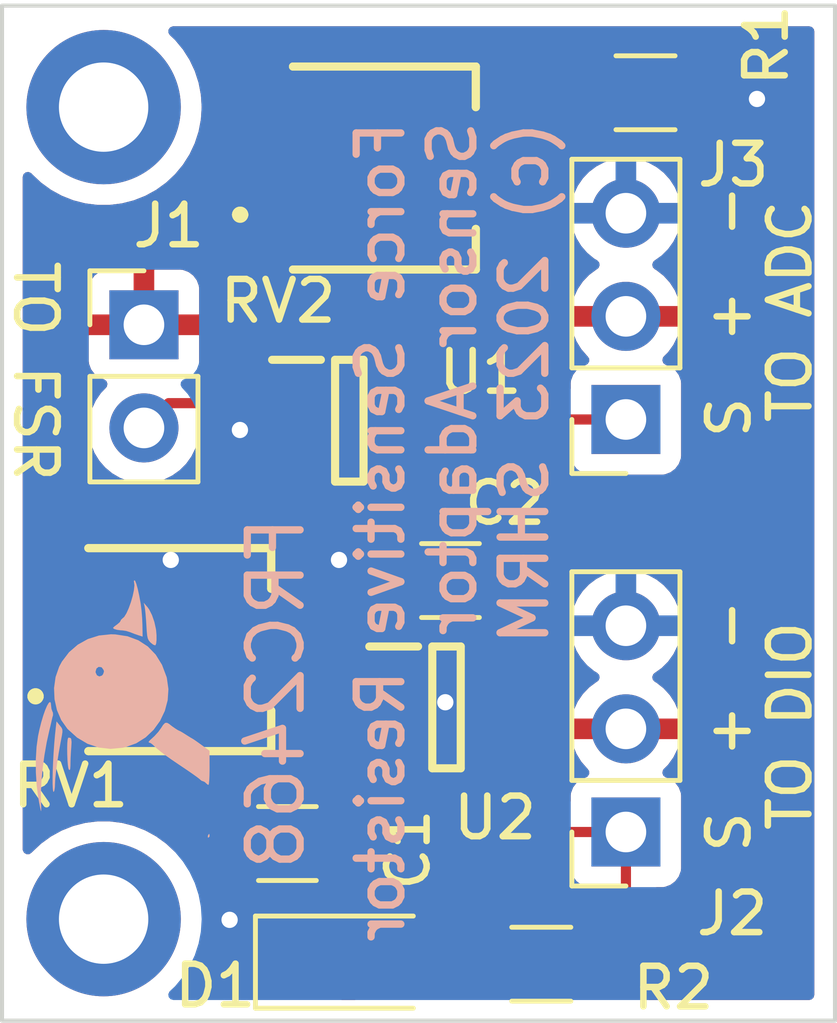
<source format=kicad_pcb>
(kicad_pcb (version 20211014) (generator pcbnew)
  (layers (0 "F.Cu" signal) (31 "B.Cu" signal) (34 "B.Paste" user) (35 "F.Paste" user) (36 "B.SilkS" user "B.Silkscreen") (37 "F.SilkS" user "F.Silkscreen") (38 "B.Mask" user) (39 "F.Mask" user) (44 "Edge.Cuts" user))
  (net 0 "")
  (net 1 "GND")
  (net 2 "VDD")
  (net 3 "Net-(D1-Pad2)")
  (net 4 "/VIN")
  (net 5 "/TRIG")
  (net 6 "/VOUT")
  (net 7 "Net-(R1-Pad2)")
  (net 9 "/VREF")
  (footprint "Connector_PinSocket_2.54mm:PinSocket_1x03_P2.54mm_Vertical" (layer "F.Cu") (at 65.3542 70.353228 180)
    (fp_text reference "J2" (at -2.6162 -2.011372) (layer "F.SilkS") (effects (font (thickness 0.16))))
    (fp_text value "Conn_01x03" hide)
    (fp_line (start -1.33 6.41) (end 1.33 6.41) (layer "F.SilkS") (width 0.12))
    (fp_line (start 0 -1.33) (end 1.33 -1.33) (layer "F.SilkS") (width 0.12))
    (fp_line (start -1.33 1.27) (end 1.33 1.27) (layer "F.SilkS") (width 0.12))
    (fp_line (start 1.33 1.27) (end 1.33 6.41) (layer "F.SilkS") (width 0.12))
    (fp_line (start 1.33 -1.33) (end 1.33 0) (layer "F.SilkS") (width 0.12))
    (fp_line (start -1.33 1.27) (end -1.33 6.41) (layer "F.SilkS") (width 0.12))
    (pad "1" thru_hole rect (at 0 0 180) (size 1.7 1.7) (drill 1) (layers *.Cu *.Mask) (net 5 "/TRIG"))
    (pad "2" thru_hole oval (at 0 2.54 180) (size 1.7 1.7) (drill 1) (layers *.Cu *.Mask) (net 2 "VDD"))
    (pad "3" thru_hole oval (at 0 5.08 180) (size 1.7 1.7) (drill 1) (layers *.Cu *.Mask) (net 1 "GND"))
  )
  (footprint "Appreciate:23AR5KLFTR" (layer "F.Cu") (at 54.3748 65.8622 180)
    (fp_text reference "RV1" (at 2.6858 -3.3528) (layer "F.SilkS") (effects (font (thickness 0.16))))
    (fp_text value "5k" hide)
    (fp_line (start 2.25 2.5) (end 2.25 2.5) (layer "F.SilkS") (width 0.2))
    (fp_line (start -2.25 -2.5) (end 2.25 -2.5) (layer "F.SilkS") (width 0.2))
    (fp_line (start 3.5 -1.15) (end 3.5 -1.15) (layer "F.SilkS") (width 0.3))
    (fp_line (start -2.25 -2.5) (end -2.25 -1.5) (layer "F.SilkS") (width 0.2))
    (fp_line (start -2.25 1.5) (end -2.25 2.5) (layer "F.SilkS") (width 0.2))
    (fp_line (start -2.25 -2.5) (end -2.25 -2.5) (layer "F.SilkS") (width 0.2))
    (fp_line (start 3.5 -1.15) (end 3.5 -1.15) (layer "F.SilkS") (width 0.3))
    (fp_line (start -2.25 1.5) (end -2.25 1.5) (layer "F.SilkS") (width 0.2))
    (fp_line (start -2.25 2.5) (end 2.25 2.5) (layer "F.SilkS") (width 0.2))
    (fp_line (start 2.25 -2.5) (end -2.25 -2.5) (layer "F.SilkS") (width 0.2))
    (fp_line (start 3.6 -1.15) (end 3.6 -1.15) (layer "F.SilkS") (width 0.3))
    (fp_line (start 2.25 2.5) (end -2.25 2.5) (layer "F.SilkS") (width 0.2))
    (fp_line (start -2.25 2.5) (end -2.25 2.5) (layer "F.SilkS") (width 0.2))
    (fp_line (start -2.25 2.5) (end -2.25 2.5) (layer "F.SilkS") (width 0.2))
    (fp_line (start -2.25 2.5) (end -2.25 1.5) (layer "F.SilkS") (width 0.2))
    (fp_line (start -2.25 -2.5) (end -2.25 -2.5) (layer "F.SilkS") (width 0.2))
    (fp_line (start -2.25 -1.5) (end -2.25 -1.5) (layer "F.SilkS") (width 0.2))
    (fp_line (start -2.25 -1.5) (end -2.25 -2.5) (layer "F.SilkS") (width 0.2))
    (fp_line (start 2.25 -2.5) (end 2.25 -2.5) (layer "F.SilkS") (width 0.2))
    (fp_arc (start 3.6 -1.15) (mid 3.55 -1.1) (end 3.5 -1.15) (layer "F.SilkS") (width 0.3))
    (fp_arc (start 3.5 -1.15) (mid 3.55 -1.2) (end 3.6 -1.15) (layer "F.SilkS") (width 0.3))
    (fp_arc (start 3.6 -1.15) (mid 3.55 -1.1) (end 3.5 -1.15) (layer "F.SilkS") (width 0.3))
    (pad "1" smd rect (at 2 -1.15 270) (size 1.3 2) (layers "F.Cu" "F.Paste" "F.Mask") (net 2 "VDD"))
    (pad "2" smd rect (at -2 0 270) (size 2 2) (layers "F.Cu" "F.Paste" "F.Mask") (net 9 "/VREF"))
    (pad "3" smd rect (at 2 1.15 270) (size 1.3 2) (layers "F.Cu" "F.Paste" "F.Mask") (net 1 "GND"))
  )
  (footprint "Resistor_SMD:R_1206_3216Metric" (layer "F.Cu") (at 65.8368 52.1462 180)
    (fp_text reference "R1" (at -2.9718 1.1684 90) (layer "F.SilkS") (effects (font (thickness 0.16))))
    (fp_text value "50" hide)
    (fp_line (start -0.727064 -0.91) (end 0.727064 -0.91) (layer "F.SilkS") (width 0.12))
    (fp_line (start -0.727064 0.91) (end 0.727064 0.91) (layer "F.SilkS") (width 0.12))
    (pad "1" smd roundrect (at -1.4625 0 180) (size 1.125 1.75) (layers "F.Cu" "F.Paste" "F.Mask") (roundrect_rratio 0.2222222222) (net 1 "GND"))
    (pad "2" smd roundrect (at 1.4625 0 180) (size 1.125 1.75) (layers "F.Cu" "F.Paste" "F.Mask") (roundrect_rratio 0.2222222222) (net 7 "Net-(R1-Pad2)"))
  )
  (footprint "Appreciate:23AR5KLFTR" (layer "F.Cu") (at 59.4106 54.0004 180)
    (fp_text reference "RV2" (at 2.6162 -3.2766) (layer "F.SilkS") (effects (font (thickness 0.16))))
    (fp_text value "5k" hide)
    (fp_line (start -2.25 2.5) (end 2.25 2.5) (layer "F.SilkS") (width 0.2))
    (fp_line (start -2.25 -1.5) (end -2.25 -1.5) (layer "F.SilkS") (width 0.2))
    (fp_line (start 3.6 -1.15) (end 3.6 -1.15) (layer "F.SilkS") (width 0.3))
    (fp_line (start -2.25 2.5) (end -2.25 1.5) (layer "F.SilkS") (width 0.2))
    (fp_line (start -2.25 2.5) (end -2.25 2.5) (layer "F.SilkS") (width 0.2))
    (fp_line (start -2.25 1.5) (end -2.25 1.5) (layer "F.SilkS") (width 0.2))
    (fp_line (start 3.5 -1.15) (end 3.5 -1.15) (layer "F.SilkS") (width 0.3))
    (fp_line (start 2.25 2.5) (end 2.25 2.5) (layer "F.SilkS") (width 0.2))
    (fp_line (start 2.25 -2.5) (end -2.25 -2.5) (layer "F.SilkS") (width 0.2))
    (fp_line (start 2.25 -2.5) (end 2.25 -2.5) (layer "F.SilkS") (width 0.2))
    (fp_line (start 3.5 -1.15) (end 3.5 -1.15) (layer "F.SilkS") (width 0.3))
    (fp_line (start -2.25 -2.5) (end 2.25 -2.5) (layer "F.SilkS") (width 0.2))
    (fp_line (start 2.25 2.5) (end -2.25 2.5) (layer "F.SilkS") (width 0.2))
    (fp_line (start -2.25 -2.5) (end -2.25 -2.5) (layer "F.SilkS") (width 0.2))
    (fp_line (start -2.25 -2.5) (end -2.25 -1.5) (layer "F.SilkS") (width 0.2))
    (fp_line (start -2.25 2.5) (end -2.25 2.5) (layer "F.SilkS") (width 0.2))
    (fp_line (start -2.25 -1.5) (end -2.25 -2.5) (layer "F.SilkS") (width 0.2))
    (fp_line (start -2.25 -2.5) (end -2.25 -2.5) (layer "F.SilkS") (width 0.2))
    (fp_line (start -2.25 1.5) (end -2.25 2.5) (layer "F.SilkS") (width 0.2))
    (fp_arc (start 3.5 -1.15) (mid 3.55 -1.2) (end 3.6 -1.15) (layer "F.SilkS") (width 0.3))
    (fp_arc (start 3.6 -1.15) (mid 3.55 -1.1) (end 3.5 -1.15) (layer "F.SilkS") (width 0.3))
    (fp_arc (start 3.6 -1.15) (mid 3.55 -1.1) (end 3.5 -1.15) (layer "F.SilkS") (width 0.3))
    (pad "1" smd rect (at 2 -1.15 270) (size 1.3 2) (layers "F.Cu" "F.Paste" "F.Mask"))
    (pad "2" smd rect (at -2 0 270) (size 2 2) (layers "F.Cu" "F.Paste" "F.Mask") (net 4 "/VIN"))
    (pad "3" smd rect (at 2 1.15 270) (size 1.3 2) (layers "F.Cu" "F.Paste" "F.Mask") (net 7 "Net-(R1-Pad2)"))
  )
  (footprint "Capacitor_SMD:C_1206_3216Metric" (layer "F.Cu") (at 57.023 70.6374 180)
    (fp_text reference "C1" (at -2.9718 -0.1524 90) (layer "F.SilkS") (effects (font (thickness 0.16))))
    (fp_text value "0.1u" hide)
    (fp_line (start -0.711252 -0.91) (end 0.711252 -0.91) (layer "F.SilkS") (width 0.12))
    (fp_line (start -0.711252 0.91) (end 0.711252 0.91) (layer "F.SilkS") (width 0.12))
    (pad "1" smd roundrect (at -1.475 0 180) (size 1.15 1.8) (layers "F.Cu" "F.Paste" "F.Mask") (roundrect_rratio 0.2173913043) (net 9 "/VREF"))
    (pad "2" smd roundrect (at 1.475 0 180) (size 1.15 1.8) (layers "F.Cu" "F.Paste" "F.Mask") (roundrect_rratio 0.2173913043) (net 1 "GND"))
  )
  (footprint "Appreciate:SOT95P285X145-5N" (layer "F.Cu") (at 58.547 60.2234)
    (fp_text reference "U1" (at 3.2258 -1.1938) (layer "F.SilkS") (effects (font (thickness 0.16))))
    (fp_text value "APX321WG-7" hide)
    (fp_line (start -0.35 1.5) (end -0.35 -1.5) (layer "F.SilkS") (width 0.2))
    (fp_line (start -0.35 -1.5) (end 0.35 -1.5) (layer "F.SilkS") (width 0.2))
    (fp_line (start -1.9 -1.5) (end -0.7 -1.5) (layer "F.SilkS") (width 0.2))
    (fp_line (start 0.35 -1.5) (end 0.35 1.5) (layer "F.SilkS") (width 0.2))
    (fp_line (start 0.35 1.5) (end -0.35 1.5) (layer "F.SilkS") (width 0.2))
    (pad "1" smd rect (at -1.3 -0.95 90) (size 0.6 1.2) (layers "F.Cu" "F.Paste" "F.Mask") (net 4 "/VIN"))
    (pad "2" smd rect (at -1.3 0 90) (size 0.6 1.2) (layers "F.Cu" "F.Paste" "F.Mask") (net 1 "GND"))
    (pad "3" smd rect (at -1.3 0.95 90) (size 0.6 1.2) (layers "F.Cu" "F.Paste" "F.Mask") (net 6 "/VOUT"))
    (pad "4" smd rect (at 1.3 0.95 90) (size 0.6 1.2) (layers "F.Cu" "F.Paste" "F.Mask") (net 6 "/VOUT"))
    (pad "5" smd rect (at 1.3 -0.95 90) (size 0.6 1.2) (layers "F.Cu" "F.Paste" "F.Mask") (net 2 "VDD"))
  )
  (footprint "MountingHole:MountingHole_2.2mm_M2_DIN965_Pad" (layer "F.Cu") (at 52.5 52.5)
    (fp_text reference "H2" hide)
    (fp_text value "MountingHole_Pad" hide)
    (pad "1" thru_hole circle (at 0 0) (size 3.8 3.8) (drill 2.2) (layers *.Cu *.Mask))
  )
  (footprint "MountingHole:MountingHole_2.2mm_M2_DIN965_Pad" (layer "F.Cu") (at 52.5 72.5)
    (fp_text reference "H1" hide)
    (fp_text value "MountingHole_Pad" hide)
    (pad "1" thru_hole circle (at 0 0) (size 3.8 3.8) (drill 2.2) (layers *.Cu *.Mask))
  )
  (footprint "Connector_PinHeader_2.54mm:PinHeader_1x02_P2.54mm_Vertical" (layer "F.Cu") (at 53.4924 57.8612)
    (fp_text reference "J1" (at 0.6096 -2.4384) (layer "F.SilkS") (effects (font (thickness 0.16))))
    (fp_text value "Conn_01x02" hide)
    (fp_line (start 1.33 1.27) (end 1.33 3.87) (layer "F.SilkS") (width 0.12))
    (fp_line (start -1.33 1.27) (end 1.33 1.27) (layer "F.SilkS") (width 0.12))
    (fp_line (start -1.33 -1.33) (end 0 -1.33) (layer "F.SilkS") (width 0.12))
    (fp_line (start -1.33 1.27) (end -1.33 3.87) (layer "F.SilkS") (width 0.12))
    (fp_line (start -1.33 3.87) (end 1.33 3.87) (layer "F.SilkS") (width 0.12))
    (fp_line (start -1.33 0) (end -1.33 -1.33) (layer "F.SilkS") (width 0.12))
    (pad "1" thru_hole rect (at 0 0) (size 1.7 1.7) (drill 1) (layers *.Cu *.Mask) (net 2 "VDD"))
    (pad "2" thru_hole oval (at 0 2.54) (size 1.7 1.7) (drill 1) (layers *.Cu *.Mask) (net 4 "/VIN"))
  )
  (footprint "Connector_PinSocket_2.54mm:PinSocket_1x03_P2.54mm_Vertical" (layer "F.Cu") (at 65.3542 60.193228 180)
    (fp_text reference "J3" (at -2.6416 6.269028) (layer "F.SilkS") (effects (font (thickness 0.16))))
    (fp_text value "Conn_01x03" hide)
    (fp_line (start 0 -1.33) (end 1.33 -1.33) (layer "F.SilkS") (width 0.12))
    (fp_line (start -1.33 6.41) (end 1.33 6.41) (layer "F.SilkS") (width 0.12))
    (fp_line (start -1.33 1.27) (end 1.33 1.27) (layer "F.SilkS") (width 0.12))
    (fp_line (start 1.33 1.27) (end 1.33 6.41) (layer "F.SilkS") (width 0.12))
    (fp_line (start 1.33 -1.33) (end 1.33 0) (layer "F.SilkS") (width 0.12))
    (fp_line (start -1.33 1.27) (end -1.33 6.41) (layer "F.SilkS") (width 0.12))
    (pad "1" thru_hole rect (at 0 0 180) (size 1.7 1.7) (drill 1) (layers *.Cu *.Mask) (net 6 "/VOUT"))
    (pad "2" thru_hole oval (at 0 2.54 180) (size 1.7 1.7) (drill 1) (layers *.Cu *.Mask) (net 2 "VDD"))
    (pad "3" thru_hole oval (at 0 5.08 180) (size 1.7 1.7) (drill 1) (layers *.Cu *.Mask) (net 1 "GND"))
  )
  (footprint "LED_SMD:LED_1206_3216Metric" (layer "F.Cu") (at 58.5216 73.5584)
    (fp_text reference "D1" (at -3.2766 0.5842) (layer "F.SilkS") (effects (font (thickness 0.16))))
    (fp_text value "LED" hide)
    (fp_line (start 1.6 -1.135) (end -2.285 -1.135) (layer "F.SilkS") (width 0.12))
    (fp_line (start -2.285 1.135) (end 1.6 1.135) (layer "F.SilkS") (width 0.12))
    (fp_line (start -2.285 -1.135) (end -2.285 1.135) (layer "F.SilkS") (width 0.12))
    (pad "1" smd roundrect (at -1.4 0) (size 1.25 1.75) (layers "F.Cu" "F.Paste" "F.Mask") (roundrect_rratio 0.2) (net 1 "GND"))
    (pad "2" smd roundrect (at 1.4 0) (size 1.25 1.75) (layers "F.Cu" "F.Paste" "F.Mask") (roundrect_rratio 0.2) (net 3 "Net-(D1-Pad2)"))
  )
  (footprint "Resistor_SMD:R_1206_3216Metric" (layer "F.Cu") (at 63.2714 73.6092)
    (fp_text reference "R2" (at 3.2512 0.5842) (layer "F.SilkS") (effects (font (thickness 0.16))))
    (fp_text value "1200" hide)
    (fp_line (start -0.727064 -0.91) (end 0.727064 -0.91) (layer "F.SilkS") (width 0.12))
    (fp_line (start -0.727064 0.91) (end 0.727064 0.91) (layer "F.SilkS") (width 0.12))
    (pad "1" smd roundrect (at -1.4625 0) (size 1.125 1.75) (layers "F.Cu" "F.Paste" "F.Mask") (roundrect_rratio 0.2222222222) (net 3 "Net-(D1-Pad2)"))
    (pad "2" smd roundrect (at 1.4625 0) (size 1.125 1.75) (layers "F.Cu" "F.Paste" "F.Mask") (roundrect_rratio 0.2222222222) (net 5 "/TRIG"))
  )
  (footprint "Capacitor_SMD:C_1206_3216Metric" (layer "F.Cu") (at 61.0362 64.1604 180)
    (fp_text reference "C2" (at -1.3462 1.905) (layer "F.SilkS") (effects (font (thickness 0.16))))
    (fp_text value "0.1u" hide)
    (fp_line (start -0.711252 0.91) (end 0.711252 0.91) (layer "F.SilkS") (width 0.12))
    (fp_line (start -0.711252 -0.91) (end 0.711252 -0.91) (layer "F.SilkS") (width 0.12))
    (pad "1" smd roundrect (at -1.475 0 180) (size 1.15 1.8) (layers "F.Cu" "F.Paste" "F.Mask") (roundrect_rratio 0.2173913043) (net 2 "VDD"))
    (pad "2" smd roundrect (at 1.475 0 180) (size 1.15 1.8) (layers "F.Cu" "F.Paste" "F.Mask") (roundrect_rratio 0.2173913043) (net 1 "GND"))
  )
  (footprint "Appreciate:SOT95P285X145-5N" (layer "F.Cu") (at 60.9392 67.2846)
    (fp_text reference "U2" (at 1.1938 2.7178) (layer "F.SilkS") (effects (font (thickness 0.16))))
    (fp_text value "APX321WG-7" hide)
    (fp_line (start -1.9 -1.5) (end -0.7 -1.5) (layer "F.SilkS") (width 0.2))
    (fp_line (start -0.35 -1.5) (end 0.35 -1.5) (layer "F.SilkS") (width 0.2))
    (fp_line (start 0.35 1.5) (end -0.35 1.5) (layer "F.SilkS") (width 0.2))
    (fp_line (start -0.35 1.5) (end -0.35 -1.5) (layer "F.SilkS") (width 0.2))
    (fp_line (start 0.35 -1.5) (end 0.35 1.5) (layer "F.SilkS") (width 0.2))
    (pad "1" smd rect (at -1.3 -0.95 90) (size 0.6 1.2) (layers "F.Cu" "F.Paste" "F.Mask") (net 6 "/VOUT"))
    (pad "2" smd rect (at -1.3 0 90) (size 0.6 1.2) (layers "F.Cu" "F.Paste" "F.Mask") (net 1 "GND"))
    (pad "3" smd rect (at -1.3 0.95 90) (size 0.6 1.2) (layers "F.Cu" "F.Paste" "F.Mask") (net 9 "/VREF"))
    (pad "4" smd rect (at 1.3 0.95 90) (size 0.6 1.2) (layers "F.Cu" "F.Paste" "F.Mask") (net 5 "/TRIG"))
    (pad "5" smd rect (at 1.3 -0.95 90) (size 0.6 1.2) (layers "F.Cu" "F.Paste" "F.Mask") (net 2 "VDD"))
  )
  (footprint "LOGO" (layer "B.Cu") (at 52.8574 67.2592 -90)
    (fp_text reference "G***" hide)
    (fp_text value "LOGO" hide)
    (fp_poly (pts (xy 1.913529 1.612956) (xy 2.027994 1.608028) (xy 2.095237 1.598176) (xy 2.10874 1.585518) (xy 2.068515 1.567943) (xy 1.985846 1.556428) (xy 1.915173 1.553808) (xy 1.783659 1.547239) (xy 1.603859 1.528767) (xy 1.389396 1.500244) (xy 1.153894 1.463519) (xy 0.910978 1.420444) (xy 0.855456 1.409827) (xy 0.721232 1.384099) (xy 0.633459 1.370926) (xy 0.576174 1.371583) (xy 0.533419 1.387349) (xy 0.489233 1.419501) (xy 0.462668 1.44126) (xy 0.370405 1.516694) (xy 0.510234 1.533172) (xy 0.715192 1.554849) (xy 0.932945 1.573567) (xy 1.154917 1.589047) (xy 1.372535 1.601006) (xy 1.577225 1.609165) (xy 1.760414 1.613242)) (layer "B.SilkS") (width 0) (fill solid))
    (fp_poly (pts (xy -2.457553 -0.652201) (xy -2.387091 -0.663295) (xy -2.270955 -0.675428) (xy -2.126832 -0.68694) (xy -2.009205 -0.694266) (xy -1.853049 -0.703776) (xy -1.746381 -0.71433) (xy -1.675307 -0.729251) (xy -1.625933 -0.75186) (xy -1.584368 -0.785478) (xy -1.570379 -0.799171) (xy -1.520224 -0.86201) (xy -1.502998 -0.910599) (xy -1.505305 -0.918085) (xy -1.54761 -0.936206) (xy -1.634964 -0.945402) (xy -1.74955 -0.945105) (xy -1.87355 -0.93475) (xy -1.902621 -0.930722) (xy -2.078791 -0.892148) (xy -2.246978 -0.834097) (xy -2.385556 -0.764848) (xy -2.442371 -0.724087) (xy -2.552684 -0.629352)) (layer "B.SilkS") (width 0) (fill solid))
    (fp_poly (pts (xy 1.173233 1.252933) (xy 1.31073 1.247596) (xy 1.431621 1.238651) (xy 1.519947 1.226466) (xy 1.558521 1.212921) (xy 1.569023 1.190641) (xy 1.538199 1.178305) (xy 1.456856 1.173453) (xy 1.409526 1.173058) (xy 1.269146 1.169573) (xy 1.109184 1.160852) (xy 1.011253 1.153033) (xy 0.880632 1.145606) (xy 0.804317 1.15397) (xy 0.778178 1.171223) (xy 0.76954 1.218598) (xy 0.776355 1.230886) (xy 0.820691 1.243641) (xy 0.912254 1.251322) (xy 1.035088 1.254298)) (layer "B.SilkS") (width 0) (fill solid))
    (fp_poly (pts (xy -0.174329 1.565625) (xy 0.092865 1.505977) (xy 0.338788 1.400343) (xy 0.550834 1.250438) (xy 0.560158 1.241962) (xy 0.769832 1.009562) (xy 0.92166 0.753375) (xy 1.014415 0.477375) (xy 1.046871 0.185536) (xy 1.017802 -0.118168) (xy 1.002047 -0.190262) (xy 0.908848 -0.447122) (xy 0.764851 -0.676312) (xy 0.578424 -0.872996) (xy 0.357936 -1.032337) (xy 0.111758 -1.149496) (xy -0.151741 -1.219637) (xy -0.424193 -1.237923) (xy -0.697227 -1.199516) (xy -0.729338 -1.19095) (xy -1.024576 -1.07954) (xy -1.273816 -0.925399) (xy -1.475151 -0.73102) (xy -1.626672 -0.498897) (xy -1.726471 -0.231521) (xy -1.772638 0.068613) (xy -1.77578 0.176069) (xy -1.745777 0.469817) (xy -1.742358 0.480644) (xy -0.972056 0.480644) (xy -0.965159 0.416207) (xy -0.953516 0.399037) (xy -0.893254 0.356969) (xy -0.856179 0.348814) (xy -0.790577 0.371688) (xy -0.758842 0.399037) (xy -0.737006 0.463426) (xy -0.765568 0.521108) (xy -0.832697 0.553139) (xy -0.856179 0.554931) (xy -0.931786 0.533202) (xy -0.972056 0.480644) (xy -1.742358 0.480644) (xy -1.658908 0.744942) (xy -1.519881 0.993923) (xy -1.333405 1.209237) (xy -1.104187 1.383361) (xy -0.977475 1.451471) (xy -0.722106 1.54009) (xy -0.450188 1.577569)) (layer "B.SilkS") (width 0) (fill solid))
    (fp_poly (pts (xy 1.627634 2.02484) (xy 1.949354 2.004754) (xy 2.228638 1.968782) (xy 2.36816 1.944348) (xy 2.482738 1.922503) (xy 2.559029 1.905904) (xy 2.583677 1.898054) (xy 2.561392 1.893352) (xy 2.490418 1.893076) (xy 2.385332 1.897221) (xy 2.368648 1.898158) (xy 2.126491 1.901289) (xy 1.840713 1.886985) (xy 1.528084 1.857171) (xy 1.205376 1.813773) (xy 0.889361 1.758717) (xy 0.602497 1.695351) (xy 0.488544 1.667613) (xy 0.386995 1.644032) (xy 0.343833 1.634676) (xy 0.264235 1.615959) (xy 0.216991 1.601841) (xy 0.155679 1.603951) (xy 0.126842 1.617076) (xy 0.059482 1.640975) (xy -0.006056 1.648453) (xy -0.085112 1.656603) (xy -0.108825 1.678049) (xy -0.083236 1.710144) (xy -0.014384 1.750238) (xy 0.09169 1.795684) (xy 0.228945 1.843833) (xy 0.391341 1.892037) (xy 0.572838 1.937646) (xy 0.729003 1.970734) (xy 0.996295 2.007858) (xy 1.302893 2.025884)) (layer "B.SilkS") (width 0) (fill solid))
    (fp_poly (pts (xy 0.88727 -0.753121) (xy 0.908075 -0.804896) (xy 0.943384 -0.850559) (xy 1.029779 -0.944312) (xy 1.114021 -1.044918) (xy 1.204288 -1.163249) (xy 1.30876 -1.310174) (xy 1.435617 -1.496563) (xy 1.484506 -1.569663) (xy 1.58425 -1.717382) (xy 1.673212 -1.845563) (xy 1.744981 -1.945253) (xy 1.793145 -2.007493) (xy 1.809833 -2.024178) (xy 1.83729 -2.060575) (xy 1.839201 -2.075789) (xy 1.861461 -2.12897) (xy 1.886767 -2.156305) (xy 1.92663 -2.20208) (xy 1.934333 -2.223608) (xy 1.90457 -2.233803) (xy 1.823057 -2.242178) (xy 1.701453 -2.247988) (xy 1.551418 -2.250484) (xy 1.51417 -2.250512) (xy 1.094008 -2.249587) (xy 0.951311 -2.054533) (xy 0.880561 -1.956296) (xy 0.824738 -1.875959) (xy 0.794465 -1.828861) (xy 0.792759 -1.825557) (xy 0.767178 -1.780665) (xy 0.719805 -1.704357) (xy 0.689701 -1.657497) (xy 0.639685 -1.577327) (xy 0.608141 -1.520543) (xy 0.602497 -1.505589) (xy 0.585915 -1.471465) (xy 0.546065 -1.408532) (xy 0.497788 -1.338676) (xy 0.455929 -1.283778) (xy 0.441632 -1.268415) (xy 0.416051 -1.227929) (xy 0.403751 -1.19905) (xy 0.407925 -1.154888) (xy 0.458598 -1.105243) (xy 0.522017 -1.06468) (xy 0.6266 -0.989783) (xy 0.732759 -0.89313) (xy 0.773323 -0.848651) (xy 0.834204 -0.782378) (xy 0.875588 -0.749448)) (layer "B.SilkS") (width 0) (fill solid))
    (fp_poly (pts (xy -1.906157 0.098666) (xy -1.885249 0.028186) (xy -1.87277 -0.063709) (xy -1.871344 -0.101983) (xy -1.858463 -0.192614) (xy -1.828031 -0.290934) (xy -1.827487 -0.292245) (xy -1.785926 -0.399236) (xy -1.750966 -0.499438) (xy -1.717868 -0.602497) (xy -2.008434 -0.598086) (xy -2.176494 -0.591105) (xy -2.356311 -0.576657) (xy -2.513431 -0.557623) (xy -2.536829 -0.553901) (xy -2.729325 -0.518702) (xy -2.890939 -0.483219) (xy -3.013264 -0.449697) (xy -3.087896 -0.420384) (xy -3.107615 -0.401338) (xy -3.084404 -0.386211) (xy -3.062099 -0.391205) (xy -2.979933 -0.40082) (xy -2.859948 -0.387959) (xy -2.716752 -0.357283) (xy -2.564952 -0.31345) (xy -2.419157 -0.26112) (xy -2.293974 -0.204953) (xy -2.204013 -0.149606) (xy -2.165572 -0.105254) (xy -2.129058 -0.066853) (xy -2.113274 -0.06333) (xy -2.073096 -0.039155) (xy -2.021648 0.02008) (xy -2.013608 0.03171) (xy -1.966747 0.09437) (xy -1.933387 0.125873) (xy -1.930102 0.12675)) (layer "B.SilkS") (width 0) (fill solid))
    (fp_poly (pts (xy 3.234457 -2.220721) (xy 3.208758 -2.247976) (xy 3.186892 -2.251436) (xy 3.144584 -2.244651) (xy 3.139326 -2.238973) (xy 3.164122 -2.218526) (xy 3.186892 -2.208258) (xy 3.227724 -2.207599)) (layer "B.SilkS") (width 0) (fill solid))
  )
  (gr_rect (start 50 50) (end 70.5 75) (layer "Edge.Cuts") (width 0.1) (fill none))
  (gr_text "FRC2468" (at 56.7436 62.484 90) (layer "B.SilkS") (effects (font (size 1.3 1.3) (thickness 0.18)) (justify left mirror)))
  (gr_text "Force Sensitive Resistor\nSensor Adaptor\n(c) 2023 SHRM" (at 61.087 52.7558 90) (layer "B.SilkS") (effects (font (size 1.1 1.1) (thickness 0.18)) (justify left mirror)))
  (gr_text "S" (at 67.8942 60.142428 90) (layer "F.SilkS") (effects (font (size 1 1) (thickness 0.16))))
  (gr_text "S" (at 67.8942 70.353228 90) (layer "F.SilkS") (effects (font (size 1 1) (thickness 0.16))))
  (gr_text "TO ADC" (at 69.3928 57.531 90) (layer "F.SilkS") (effects (font (size 1 1) (thickness 0.16))))
  (gr_text "TO DIO" (at 69.3928 67.7418 90) (layer "F.SilkS") (effects (font (size 1 1) (thickness 0.16))))
  (gr_text "TO FSR" (at 50.8254 59.0042 270) (layer "F.SilkS") (effects (font (size 1 1) (thickness 0.16))))
  (gr_text "-" (at 67.8942 65.273228 90) (layer "F.SilkS") (effects (font (size 1 1) (thickness 0.16))))
  (gr_text "+" (at 67.8942 57.653228 90) (layer "F.SilkS") (effects (font (size 1 1) (thickness 0.16))))
  (gr_text "-" (at 67.8942 55.062428 90) (layer "F.SilkS") (effects (font (size 1 1) (thickness 0.16))))
  (gr_text "+" (at 67.8942 67.864028 90) (layer "F.SilkS") (effects (font (size 1 1) (thickness 0.16))))
  (segment (start 68.58 52.2986) (end 68.2752 51.9938) (width 0.25) (layer "F.Cu") (net 1))
  (segment (start 59.5612 64.1604) (end 58.801 64.1604) (width 0.25) (layer "F.Cu") (net 1))
  (segment (start 52.3748 64.7122) (end 53.093 64.7122) (width 0.25) (layer "F.Cu") (net 1))
  (segment (start 57.247 60.2234) (end 56.0832 60.2234) (width 0.25) (layer "F.Cu") (net 1))
  (segment (start 53.093 64.7122) (end 54.1528 63.6524) (width 0.25) (layer "F.Cu") (net 1))
  (segment (start 59.6392 67.2846) (end 60.7822 67.2846) (width 0.25) (layer "F.Cu") (net 1))
  (segment (start 55.548 72.4644) (end 55.6006 72.517) (width 0.25) (layer "F.Cu") (net 1))
  (segment (start 56.642 73.5584) (end 55.6006 72.517) (width 0.25) (layer "F.Cu") (net 1))
  (segment (start 58.801 64.1604) (end 58.293 63.6524) (width 0.25) (layer "F.Cu") (net 1))
  (segment (start 55.548 70.6374) (end 55.548 72.4644) (width 0.25) (layer "F.Cu") (net 1))
  (segment (start 56.0832 60.2234) (end 55.8546 60.452) (width 0.25) (layer "F.Cu") (net 1))
  (segment (start 68.2752 51.9938) (end 67.2993 51.9938) (width 0.25) (layer "F.Cu") (net 1))
  (segment (start 60.7822 67.2846) (end 60.9092 67.1576) (width 0.25) (layer "F.Cu") (net 1))
  (segment (start 57.1216 73.5584) (end 56.642 73.5584) (width 0.25) (layer "F.Cu") (net 1))
  (via (at 60.9092 67.1576) (size 0.8) (drill 0.4) (layers "F.Cu" "B.Cu") (net 1))
  (via (at 68.58 52.2986) (size 0.8) (drill 0.4) (layers "F.Cu" "B.Cu") (net 1))
  (via (at 55.8546 60.452) (size 0.8) (drill 0.4) (layers "F.Cu" "B.Cu") (net 1))
  (via (at 55.6006 72.517) (size 0.8) (drill 0.4) (layers "F.Cu" "B.Cu") (net 1))
  (via (at 58.293 63.6524) (size 0.8) (drill 0.4) (layers "F.Cu" "B.Cu") (net 1))
  (via (at 54.1528 63.6524) (size 0.8) (drill 0.4) (layers "F.Cu" "B.Cu") (net 1))
  (segment (start 59.9216 73.5584) (end 61.7581 73.5584) (width 0.25) (layer "F.Cu") (net 3))
  (segment (start 61.7581 73.5584) (end 61.8089 73.6092) (width 0.25) (layer "F.Cu") (net 3))
  (segment (start 61.4106 55.5564) (end 61.4106 54.0004) (width 0.25) (layer "F.Cu") (net 4))
  (segment (start 54.102 59.7916) (end 55.0164 59.7916) (width 0.25) (layer "F.Cu") (net 4))
  (segment (start 55.0164 59.7916) (end 55.5346 59.2734) (width 0.25) (layer "F.Cu") (net 4))
  (segment (start 57.247 57.0022) (end 57.9374 56.3118) (width 0.25) (layer "F.Cu") (net 4))
  (segment (start 60.6552 56.3118) (end 61.4106 55.5564) (width 0.25) (layer "F.Cu") (net 4))
  (segment (start 55.5346 59.2734) (end 57.247 59.2734) (width 0.25) (layer "F.Cu") (net 4))
  (segment (start 57.247 59.2734) (end 57.247 57.0022) (width 0.25) (layer "F.Cu") (net 4))
  (segment (start 53.4924 60.4012) (end 54.102 59.7916) (width 0.25) (layer "F.Cu") (net 4))
  (segment (start 57.9374 56.3118) (end 60.6552 56.3118) (width 0.25) (layer "F.Cu") (net 4))
  (segment (start 62.885628 70.353228) (end 65.3542 70.353228) (width 0.25) (layer "F.Cu") (net 5))
  (segment (start 62.2392 69.7068) (end 62.885628 70.353228) (width 0.25) (layer "F.Cu") (net 5))
  (segment (start 62.2392 68.2346) (end 62.2392 69.7068) (width 0.25) (layer "F.Cu") (net 5))
  (segment (start 64.9732 73.6092) (end 65.3542 73.2282) (width 0.25) (layer "F.Cu") (net 5))
  (segment (start 65.3542 73.2282) (end 65.3542 70.353228) (width 0.25) (layer "F.Cu") (net 5))
  (segment (start 64.7339 73.6092) (end 64.9732 73.6092) (width 0.25) (layer "F.Cu") (net 5))
  (segment (start 62.818972 60.193228) (end 61.8388 61.1734) (width 0.25) (layer "F.Cu") (net 6))
  (segment (start 61.8388 61.1734) (end 61.0972 61.1734) (width 0.25) (layer "F.Cu") (net 6))
  (segment (start 61.0972 61.1734) (end 59.847 61.1734) (width 0.25) (layer "F.Cu") (net 6))
  (segment (start 60.1066 66.3346) (end 61.0972 65.344) (width 0.25) (layer "F.Cu") (net 6))
  (segment (start 65.3542 60.193228) (end 62.818972 60.193228) (width 0.25) (layer "F.Cu") (net 6))
  (segment (start 59.847 61.1734) (end 57.247 61.1734) (width 0.25) (layer "F.Cu") (net 6))
  (segment (start 59.6392 66.3346) (end 60.1066 66.3346) (width 0.25) (layer "F.Cu") (net 6))
  (segment (start 61.0972 65.344) (end 61.0972 61.1734) (width 0.25) (layer "F.Cu") (net 6))
  (segment (start 58.2672 51.9938) (end 64.3743 51.9938) (width 0.25) (layer "F.Cu") (net 7))
  (segment (start 57.4106 52.8504) (end 58.2672 51.9938) (width 0.25) (layer "F.Cu") (net 7))
  (segment (start 56.3748 67.5264) (end 56.3748 65.8622) (width 0.25) (layer "F.Cu") (net 9))
  (segment (start 58.498 70.6374) (end 58.498 68.243) (width 0.25) (layer "F.Cu") (net 9))
  (segment (start 57.0586 68.2346) (end 56.3626 67.5386) (width 0.25) (layer "F.Cu") (net 9))
  (segment (start 58.498 68.243) (end 58.5064 68.2346) (width 0.25) (layer "F.Cu") (net 9))
  (segment (start 56.3626 67.5386) (end 56.3748 67.5264) (width 0.25) (layer "F.Cu") (net 9))
  (segment (start 59.6392 68.2346) (end 58.5064 68.2346) (width 0.25) (layer "F.Cu") (net 9))
  (segment (start 58.5064 68.2346) (end 57.0586 68.2346) (width 0.25) (layer "F.Cu") (net 9))
  (zone (net 2) (net_name "VDD") (layer "F.Cu") (connect_pads (clearance 0.508)) (min_thickness 0.254) (fill yes (thermal_gap 0.508) (thermal_bridge_width 0.508))
    (polygon (pts (xy 70.485 74.9808) (xy 49.9872 74.9808) (xy 49.9872 50.0126) (xy 70.485 50.0126)))
  )
  (zone (net 1) (net_name "GND") (layer "B.Cu") (connect_pads (clearance 0.508)) (min_thickness 0.254) (fill yes (thermal_gap 0.508) (thermal_bridge_width 0.508))
    (polygon (pts (xy 70.5104 74.9808) (xy 50.0126 74.9808) (xy 50.0126 50.0126) (xy 70.5104 50.0126)))
  )
)
</source>
